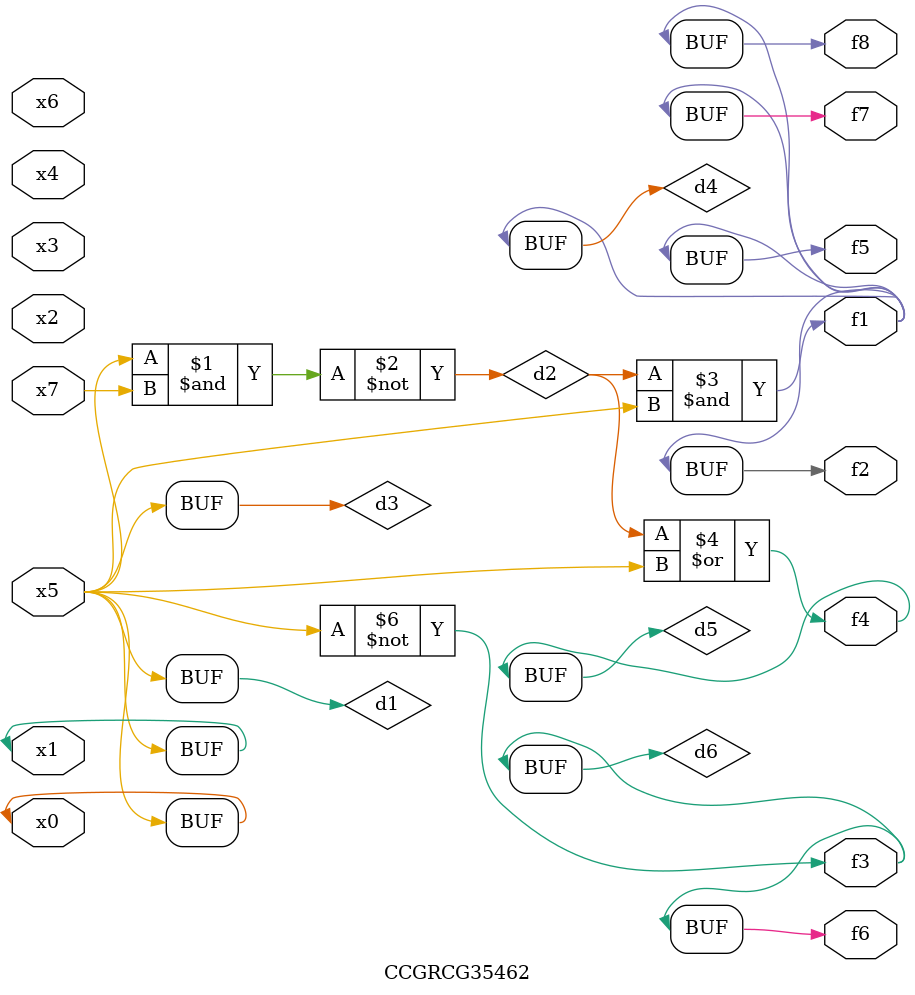
<source format=v>
module CCGRCG35462(
	input x0, x1, x2, x3, x4, x5, x6, x7,
	output f1, f2, f3, f4, f5, f6, f7, f8
);

	wire d1, d2, d3, d4, d5, d6;

	buf (d1, x0, x5);
	nand (d2, x5, x7);
	buf (d3, x0, x1);
	and (d4, d2, d3);
	or (d5, d2, d3);
	nor (d6, d1, d3);
	assign f1 = d4;
	assign f2 = d4;
	assign f3 = d6;
	assign f4 = d5;
	assign f5 = d4;
	assign f6 = d6;
	assign f7 = d4;
	assign f8 = d4;
endmodule

</source>
